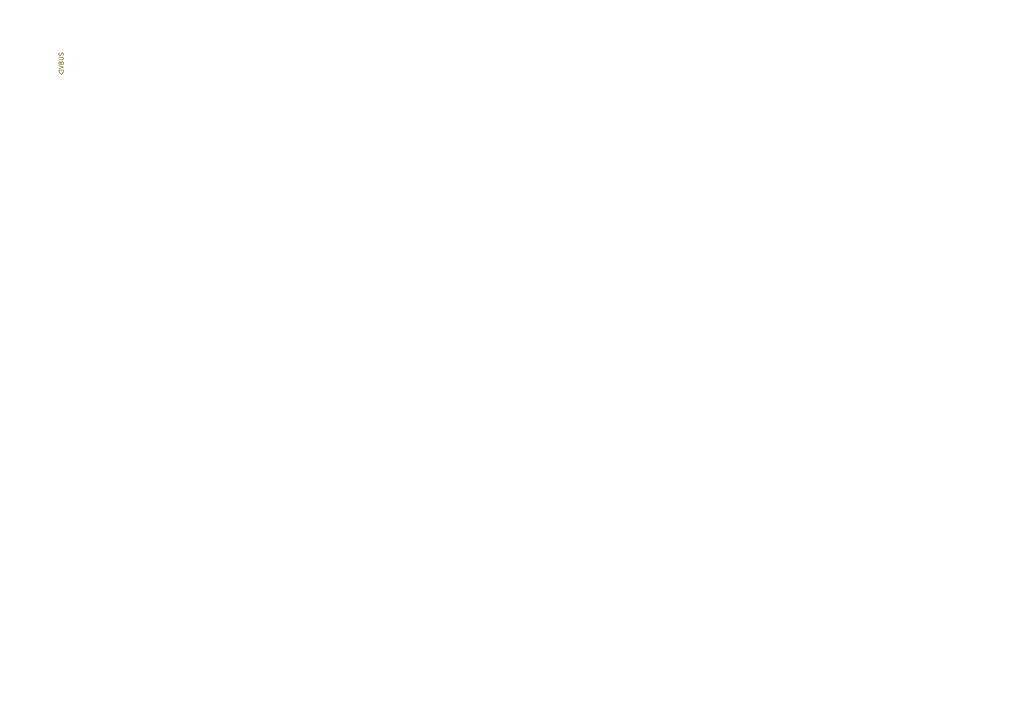
<source format=kicad_sch>
(kicad_sch (version 20230121) (generator eeschema)
  (paper "A4")
  (lib_symbols)
  (hierarchical_label "VBUS" (shape input) (at 17.78 21.59 90))
)
</source>
